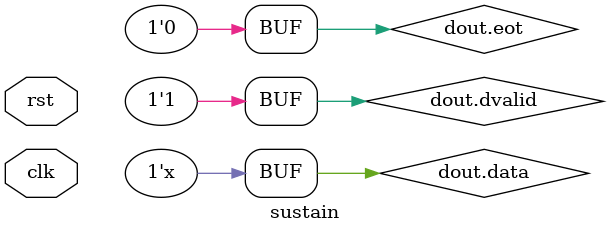
<source format=sv>
module sustain
  #(
    parameter TOUT = 0,
    parameter VAL = 0
    )
   (
    input clk,
    input rst,

	dti_s_if.producer dout
    );

   assign dout.dvalid = 1'b1;
   assign dout.data = TOUT'(VAL);
   assign dout.eot = 1'b0;

endmodule

</source>
